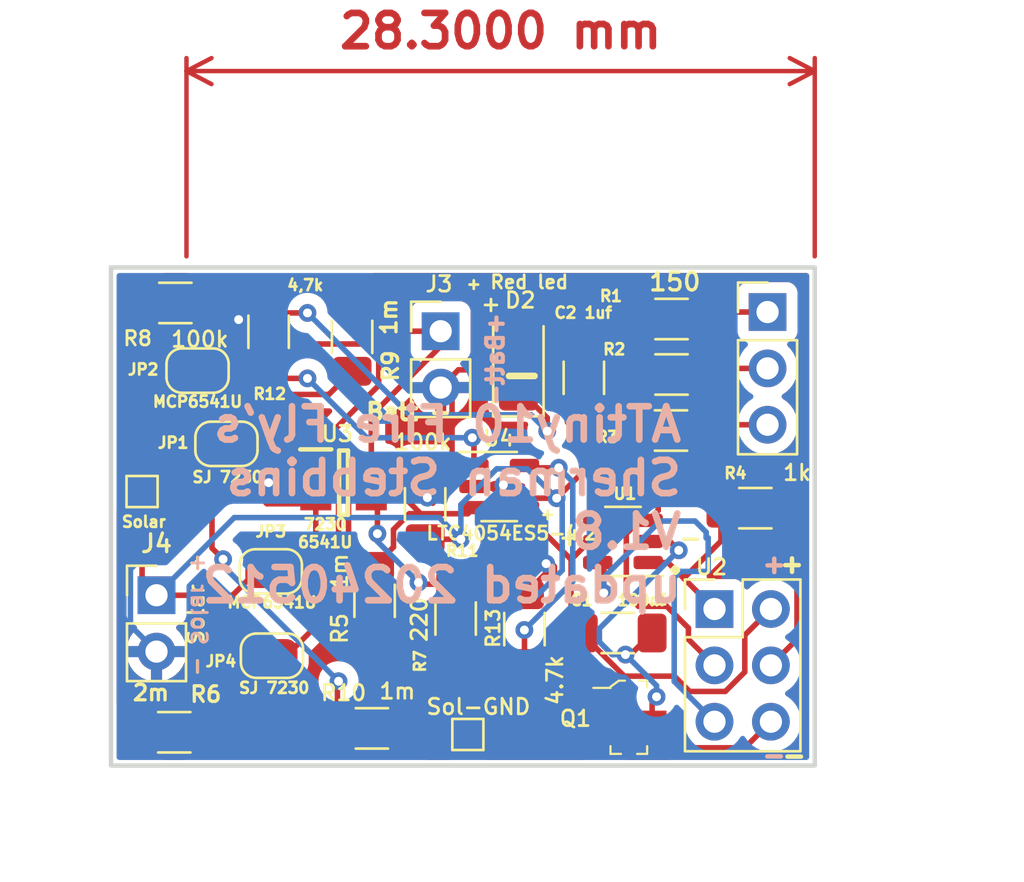
<source format=kicad_pcb>
(kicad_pcb
	(version 20240108)
	(generator "pcbnew")
	(generator_version "8.0")
	(general
		(thickness 1.6)
		(legacy_teardrops no)
	)
	(paper "A4")
	(layers
		(0 "F.Cu" signal)
		(31 "B.Cu" signal)
		(32 "B.Adhes" user "B.Adhesive")
		(33 "F.Adhes" user "F.Adhesive")
		(34 "B.Paste" user)
		(35 "F.Paste" user)
		(36 "B.SilkS" user "B.Silkscreen")
		(37 "F.SilkS" user "F.Silkscreen")
		(38 "B.Mask" user)
		(39 "F.Mask" user)
		(40 "Dwgs.User" user "User.Drawings")
		(41 "Cmts.User" user "User.Comments")
		(42 "Eco1.User" user "User.Eco1")
		(43 "Eco2.User" user "User.Eco2")
		(44 "Edge.Cuts" user)
		(45 "Margin" user)
		(46 "B.CrtYd" user "B.Courtyard")
		(47 "F.CrtYd" user "F.Courtyard")
		(48 "B.Fab" user)
		(49 "F.Fab" user)
		(50 "User.1" user)
		(51 "User.2" user)
		(52 "User.3" user)
		(53 "User.4" user)
		(54 "User.5" user)
		(55 "User.6" user)
		(56 "User.7" user)
		(57 "User.8" user)
		(58 "User.9" user)
	)
	(setup
		(stackup
			(layer "F.SilkS"
				(type "Top Silk Screen")
			)
			(layer "F.Paste"
				(type "Top Solder Paste")
			)
			(layer "F.Mask"
				(type "Top Solder Mask")
				(thickness 0.01)
			)
			(layer "F.Cu"
				(type "copper")
				(thickness 0.035)
			)
			(layer "dielectric 1"
				(type "core")
				(thickness 1.51)
				(material "FR4")
				(epsilon_r 4.5)
				(loss_tangent 0.02)
			)
			(layer "B.Cu"
				(type "copper")
				(thickness 0.035)
			)
			(layer "B.Mask"
				(type "Bottom Solder Mask")
				(thickness 0.01)
			)
			(layer "B.Paste"
				(type "Bottom Solder Paste")
			)
			(layer "B.SilkS"
				(type "Bottom Silk Screen")
			)
			(copper_finish "None")
			(dielectric_constraints no)
		)
		(pad_to_mask_clearance 0)
		(allow_soldermask_bridges_in_footprints no)
		(pcbplotparams
			(layerselection 0x00010fc_ffffffff)
			(plot_on_all_layers_selection 0x0000000_00000000)
			(disableapertmacros no)
			(usegerberextensions no)
			(usegerberattributes yes)
			(usegerberadvancedattributes yes)
			(creategerberjobfile yes)
			(dashed_line_dash_ratio 12.000000)
			(dashed_line_gap_ratio 3.000000)
			(svgprecision 4)
			(plotframeref no)
			(viasonmask no)
			(mode 1)
			(useauxorigin no)
			(hpglpennumber 1)
			(hpglpenspeed 20)
			(hpglpendiameter 15.000000)
			(pdf_front_fp_property_popups yes)
			(pdf_back_fp_property_popups yes)
			(dxfpolygonmode yes)
			(dxfimperialunits yes)
			(dxfusepcbnewfont yes)
			(psnegative no)
			(psa4output no)
			(plotreference yes)
			(plotvalue yes)
			(plotfptext yes)
			(plotinvisibletext no)
			(sketchpadsonfab no)
			(subtractmaskfromsilk no)
			(outputformat 1)
			(mirror no)
			(drillshape 1)
			(scaleselection 1)
			(outputdirectory "")
		)
	)
	(net 0 "")
	(net 1 "+BATT")
	(net 2 "GND")
	(net 3 "SolarPanel+")
	(net 4 "Net-(J1-Pin_1)")
	(net 5 "Net-(J1-Pin_2)")
	(net 6 "Net-(J1-Pin_3)")
	(net 7 "GND1")
	(net 8 "Net-(Q1-G)")
	(net 9 "Net-(U1-PB0)")
	(net 10 "Net-(U1-PB1)")
	(net 11 "Net-(U1-PB2)")
	(net 12 "Net-(U2-MOSI)")
	(net 13 "Net-(R10-Pad1)")
	(net 14 "Net-(JP1-A)")
	(net 15 "Net-(U1-~{RESET}{slash}PB3)")
	(net 16 "Net-(D2-K)")
	(net 17 "Net-(U4-~{CHRG})")
	(net 18 "Net-(U4-PROG)")
	(net 19 "Net-(JP1-B)")
	(net 20 "Net-(JP2-B)")
	(footprint "Connector_PinHeader_2.54mm:PinHeader_1x03_P2.54mm_Vertical" (layer "F.Cu") (at 126.225 104.56))
	(footprint "TestPoint:TestPoint_Pad_1.0x1.0mm" (layer "F.Cu") (at 98.05 112.65))
	(footprint "Package_TO_SOT_SMD:TSOT-23-5" (layer "F.Cu") (at 114.1375 112.425))
	(footprint "Resistor_SMD:R_1206_3216Metric_Pad1.30x1.75mm_HandSolder" (layer "F.Cu") (at 107.51 105.68 90))
	(footprint "Resistor_SMD:R_1206_3216Metric_Pad1.30x1.75mm_HandSolder" (layer "F.Cu") (at 110.8 113.225 90))
	(footprint "Resistor_SMD:R_1206_3216Metric_Pad1.30x1.75mm_HandSolder" (layer "F.Cu") (at 115.275 118.85 90))
	(footprint "Resistor_SMD:R_1206_3216Metric_Pad1.30x1.75mm_HandSolder" (layer "F.Cu") (at 119.475 119.025))
	(footprint "++Sherms-Custom-Libs:SOT95P270X145-5N-7230" (layer "F.Cu") (at 107.125 112.25))
	(footprint "Jumper:SolderJumper-2_P1.3mm_Open_RoundedPad1.0x1.5mm" (layer "F.Cu") (at 103.85 116.25))
	(footprint "Connector_PinHeader_2.54mm:PinHeader_2x03_P2.54mm_Vertical" (layer "F.Cu") (at 123.835 117.945))
	(footprint "Resistor_SMD:R_1206_3216Metric_Pad1.30x1.75mm_HandSolder" (layer "F.Cu") (at 125.675 113.4))
	(footprint "Resistor_SMD:R_1206_3216Metric_Pad1.30x1.75mm_HandSolder" (layer "F.Cu") (at 121.9 104.875))
	(footprint "Connector_PinHeader_2.54mm:PinHeader_1x02_P2.54mm_Vertical" (layer "F.Cu") (at 111.5 105.425))
	(footprint "Resistor_SMD:R_1206_3216Metric_Pad1.30x1.75mm_HandSolder" (layer "F.Cu") (at 112.175 118.375 90))
	(footprint "Connector_PinHeader_2.54mm:PinHeader_1x02_P2.54mm_Vertical" (layer "F.Cu") (at 98.7 117.325))
	(footprint "Resistor_SMD:R_1206_3216Metric_Pad1.30x1.75mm_HandSolder" (layer "F.Cu") (at 108.525 117.575 -90))
	(footprint "LED_SMD:LED_1206_3216Metric_Pad1.42x1.75mm_HandSolder" (layer "F.Cu") (at 115 106.8 90))
	(footprint "Resistor_SMD:R_1206_3216Metric_Pad1.30x1.75mm_HandSolder" (layer "F.Cu") (at 103.75 105.45 -90))
	(footprint "Resistor_SMD:R_1206_3216Metric_Pad1.30x1.75mm_HandSolder" (layer "F.Cu") (at 99.55 104.15 180))
	(footprint "Resistor_SMD:R_1206_3216Metric_Pad1.30x1.75mm_HandSolder" (layer "F.Cu") (at 121.875 109.9))
	(footprint "Resistor_SMD:R_1206_3216Metric_Pad1.30x1.75mm_HandSolder" (layer "F.Cu") (at 117.95 107.525 90))
	(footprint "Jumper:SolderJumper-2_P1.3mm_Open_RoundedPad1.0x1.5mm" (layer "F.Cu") (at 100.55 107.2))
	(footprint "Package_TO_SOT_SMD:SOT-23-6" (layer "F.Cu") (at 119.7125 114.9 180))
	(footprint "Resistor_SMD:R_1206_3216Metric_Pad1.30x1.75mm_HandSolder" (layer "F.Cu") (at 99.5 123.5 180))
	(footprint "Resistor_SMD:R_1206_3216Metric_Pad1.30x1.75mm_HandSolder" (layer "F.Cu") (at 121.9 107.375))
	(footprint "TestPoint:TestPoint_Pad_1.0x1.0mm" (layer "F.Cu") (at 112.725 123.6))
	(footprint "digikey-footprints:SOT-23-3" (layer "F.Cu") (at 119.975 122.825))
	(footprint "Resistor_SMD:R_1206_3216Metric_Pad1.30x1.75mm_HandSolder" (layer "F.Cu") (at 108.4 123.325 180))
	(footprint "Jumper:SolderJumper-2_P1.3mm_Open_RoundedPad1.0x1.5mm" (layer "F.Cu") (at 101.85 110.5))
	(footprint "Jumper:SolderJumper-2_P1.3mm_Open_RoundedPad1.0x1.5mm" (layer "F.Cu") (at 103.9 120.05 180))
	(gr_rect
		(start 96.65 102.55)
		(end 128.35 125)
		(stroke
			(width 0.2)
			(type default)
		)
		(fill none)
		(layer "Edge.Cuts")
		(uuid "74c78577-9c1e-4fd7-b278-774ddc5a7e31")
	)
	(gr_text "+Batt-"
		(at 114.4 104.5 90)
		(layer "B.SilkS")
		(uuid "38193a3e-7c7d-4d29-ade2-c4c8c09e217a")
		(effects
			(font
				(size 0.75 0.75)
				(thickness 0.1875)
				(bold yes)
			)
			(justify left bottom mirror)
		)
	)
	(gr_text "- Solar +"
		(at 100.2 121.05 -90)
		(layer "B.SilkS")
		(uuid "56c7a4ea-2c8a-4cef-bfed-55f340aab595")
		(effects
			(font
				(size 0.7 0.7)
				(thickness 0.125)
				(bold yes)
			)
			(justify left bottom mirror)
		)
	)
	(gr_text "ATtiny10 Fire Fly's\nSherman Stebbins\nV1.8\nupdated 20240512"
		(at 122.5 117.75 0)
		(layer "B.SilkS")
		(uuid "cf4933c1-937d-45a3-93b2-2b6b659a3ee0")
		(effects
			(font
				(size 1.5 1.5)
				(thickness 0.3)
				(bold yes)
			)
			(justify left bottom mirror)
		)
	)
	(gr_text "-"
		(at 125.89 125 0)
		(layer "B.SilkS")
		(uuid "db8131b6-870c-4645-b283-6f2014135416")
		(effects
			(font
				(size 0.8 0.8)
				(thickness 0.2)
				(bold yes)
			)
			(justify left bottom)
		)
	)
	(gr_text "+"
		(at 125.9 116.39 0)
		(layer "B.SilkS")
		(uuid "df65981a-7aa1-431e-9a6e-72250308b236")
		(effects
			(font
				(size 0.8 0.8)
				(thickness 0.2)
				(bold yes)
			)
			(justify left bottom)
		)
	)
	(gr_text "+"
		(at 126.7 116.38 0)
		(layer "F.SilkS")
		(uuid "05b51471-cf3c-40f1-b690-d870ce80c2f3")
		(effects
			(font
				(size 0.8 0.8)
				(thickness 0.2)
				(bold yes)
			)
			(justify left bottom)
		)
	)
	(gr_text "-"
		(at 120.7 118.13 0)
		(layer "F.SilkS")
		(uuid "0e292f68-c5ee-4b85-82d2-2f0abbaea0aa")
		(effects
			(font
				(size 0.8 0.8)
				(thickness 0.15)
				(bold yes)
			)
			(justify left bottom)
		)
	)
	(gr_text "Red led"
		(at 115.49 103.21 0)
		(layer "F.SilkS")
		(uuid "1060e8ec-1812-4ba0-a02f-259e3dce89db")
		(effects
			(font
				(size 0.6 0.6)
				(thickness 0.125)
			)
		)
	)
	(gr_text "- Solar +"
		(at 100.9 121.05 90)
		(layer "F.SilkS")
		(uuid "1dd33c2f-46fb-4532-84d3-474eafa8bd70")
		(effects
			(font
				(size 0.7 0.7)
				(thickness 0.125)
				(bold yes)
			)
			(justify left bottom)
		)
	)
	(gr_text "+"
		(at 113.25 104.6 0)
		(layer "F.SilkS")
		(uuid "379010e3-87b5-42bf-a194-4921d7a5daae")
		(effects
			(font
				(size 0.7 0.7)
				(thickness 0.125)
				(bold yes)
			)
			(justify left bottom)
		)
	)
	(gr_text "Batt -"
		(at 108.05 109.5 0)
		(layer "F.SilkS")
		(uuid "58fd4b96-25c0-4479-862d-0bf748b3eddf")
		(effects
			(font
				(size 0.75 0.75)
				(thickness 0.1875)
				(bold yes)
			)
			(justify left bottom)
		)
	)
	(gr_text "7230\n6541U"
		(at 106.3 114.53 0)
		(layer "F.SilkS")
		(uuid "632e6d2f-4ebc-4b88-92f9-d84e5c5d3916")
		(effects
			(font
				(size 0.5 0.5)
				(thickness 0.125)
			)
		)
	)
	(gr_text "+"
		(at 115.93 113.96 0)
		(layer "F.SilkS")
		(uuid "66570af4-032f-4b84-8fcc-c2fabc481567")
		(effects
			(font
				(size 0.5 0.5)
				(thickness 0.125)
				(bold yes)
			)
			(justify left bottom)
		)
	)
	(gr_text "+"
		(at 116.72 115.16 0)
		(layer "F.SilkS")
		(uuid "8d529123-1190-41ce-8f22-fd346da23030")
		(effects
			(font
				(size 0.8 0.8)
				(thickness 0.15)
				(bold yes)
			)
			(justify left bottom)
		)
	)
	(gr_text "."
		(at 121.5125 116.46 0)
		(layer "F.SilkS")
		(uuid "bd627e91-7718-403d-8063-9f00c399a82c")
		(effects
			(font
				(size 1.5 1.5)
				(thickness 0.3)
				(bold yes)
			)
			(justify left bottom)
		)
	)
	(gr_text "+"
		(at 112.6 103.58 0)
		(layer "F.SilkS")
		(uuid "cbd392e3-5ee5-41cf-a804-bce955922aad")
		(effects
			(font
				(size 0.5 0.5)
				(thickness 0.125)
				(bold yes)
			)
			(justify left bottom)
		)
	)
	(gr_text "-"
		(at 122.17 115.21 0)
		(layer "F.SilkS")
		(uuid "ef67636d-62c2-4d33-a488-67ee0a6d747d")
		(effects
			(font
				(size 0.8 0.8)
				(thickness 0.15)
				(bold yes)
			)
			(justify left bottom)
		)
	)
	(gr_text "100k"
		(at 110.7 110.42 0)
		(layer "F.SilkS")
		(uuid "f157085a-32b9-4465-961d-2c934b2a634b")
		(effects
			(font
				(size 0.7 0.7)
				(thickness 0.125)
			)
		)
	)
	(gr_text "-"
		(at 116.28 106.67 180)
		(layer "F.SilkS")
		(uuid "f80723a3-72ac-4d75-a22e-6b302d910b38")
		(effects
			(font
				(size 1.5 1.5)
				(thickness 0.3)
				(bold yes)
			)
			(justify left bottom)
		)
	)
	(gr_text "-"
		(at 126.8 125.01 0)
		(layer "F.SilkS")
		(uuid "fdbb982b-6fb2-42b4-b1f6-ae9d25c3dd17")
		(effects
			(font
				(size 0.8 0.8)
				(thickness 0.2)
				(bold yes)
			)
			(justify left bottom)
		)
	)
	(dimension
		(type aligned)
		(layer "F.Cu")
		(uuid "87fda4df-b464-4ccd-b5e6-05a8ea0bc695")
		(pts
			(xy 100.05 102.55) (xy 128.35 102.55)
		)
		(height -8.85)
		(gr_text "28.3000 mm"
			(at 114.2 91.9 0)
			(layer "F.Cu")
			(uuid "87fda4df-b464-4ccd-b5e6-05a8ea0bc695")
			(effects
				(font
					(size 1.5 1.5)
					(thickness 0.3)
				)
			)
		)
		(format
			(prefix "")
			(suffix "")
			(units 3)
			(units_format 1)
			(precision 4)
		)
		(style
			(thickness 0.2)
			(arrow_length 1.27)
			(text_position_mode 0)
			(extension_height 0.58642)
			(extension_offset 0.5) keep_text_aligned)
	)
	(segment
		(start 109.375 105.425)
		(end 111.5 105.425)
		(width 0.25)
		(layer "F.Cu")
		(net 1)
		(uuid "075b4f2d-f987-456d-8cb2-08f290bc8096")
	)
	(segment
		(start 118.190749 114.9)
		(end 118.575 114.9)
		(width 0.25)
		(layer "F.Cu")
		(net 1)
		(uuid "0efe5f30-2d13-4581-b006-3ee2c84c0f37")
	)
	(segment
		(start 109.775 112.7)
		(end 108.693198 111.618198)
		(width 0.25)
		(layer "F.Cu")
		(net 1)
		(uuid "16efdb62-bb57-464b-ba7e-4d46f454cfba")
	)
	(segment
		(start 110.086827 113.65)
		(end 109.375 114.361827)
		(width 0.25)
		(layer "F.Cu")
		(net 1)
		(uuid "1772b8f0-ad1a-41f0-b64f-eaa62b38a40d")
	)
	(segment
		(start 108.525 116.025)
		(end 107.35 114.85)
		(width 0.25)
		(layer "F.Cu")
		(net 1)
		(uuid "18eeeebf-e777-4692-a74f-99ba06e3325a")
	)
	(segment
		(start 117.925 119.125305)
		(end 117.925 119.025)
		(width 0.25)
		(layer "F.Cu")
		(net 1)
		(uuid "1d23c9de-bf18-4a98-be80-e18996fb6a2f")
	)
	(segment
		(start 119.771396 120.971701)
		(end 117.925 119.125305)
		(width 0.25)
		(layer "F.Cu")
		(net 1)
		(uuid "2fec06c7-846f-4698-aefd-6e6bdd337cfd")
	)
	(segment
		(start 117.375 115.715749)
		(end 118.190749 114.9)
		(width 0.25)
		(layer "F.Cu")
		(net 1)
		(uuid "32029437-906d-4d36-b617-b2d6fe6e741a")
	)
	(segment
		(start 125.2 119.12)
		(end 125.2 120.781701)
		(width 0.25)
		(layer "F.Cu")
		(net 1)
		(uuid "3a8b2898-3760-4716-b50d-29b32cdbafd3")
	)
	(segment
		(start 107.825 103.975)
		(end 109.325 105.475)
		(width 0.25)
		(layer "F.Cu")
		(net 1)
		(uuid "415c9b23-d8d9-4434-9c63-cfe7e184ccfc")
	)
	(segment
		(start 110.599695 113.65)
		(end 110.086827 113.65)
		(width 0.25)
		(layer "F.Cu")
		(net 1)
		(uuid "53a9522f-9ded-4a55-aff9-dc080f9794f3")
	)
	(segment
		(start 113 113.375)
		(end 112.725 113.65)
		(width 0.25)
		(layer "F.Cu")
		(net 1)
		(uuid "58c904e8-01ed-421f-9c2f-5ec7b13ccce7")
	)
	(segment
		(start 109.375 114.361827)
		(end 109.375 115.150305)
		(width 0.25)
		(layer "F.Cu")
		(net 1)
		(uuid "5cc98ed4-e6c3-465d-baa8-4043cc99e058")
	)
	(segment
		(start 108.375 111.3)
		(end 108.375 109.225)
		(width 0.25)
		(layer "F.Cu")
		(net 1)
		(uuid "6384b3fb-7edb-4496-94b4-3f54086d432f")
	)
	(segment
		(start 122.028299 120.971701)
		(end 119.771396 120.971701)
		(width 0.25)
		(layer "F.Cu")
		(net 1)
		(uuid "69df1eec-aea6-49ab-8361-14f8ed6d6f99")
	)
	(segment
		(start 125.2 120.781701)
		(end 124.321701 121.66)
		(width 0.25)
		(layer "F.Cu")
		(net 1)
		(uuid "6d3d4a93-f7f1-4fd7-aeb1-bba23ccd4793")
	)
	(segment
		(start 112.725 113.65)
		(end 110.599695 113.65)
		(width 0.25)
		(layer "F.Cu")
		(net 1)
		(uuid "6de3c2ad-49f0-4693-be08-f0d961c873ec")
	)
	(segment
		(start 122.716598 121.66)
		(end 122.028299 120.971701)
		(width 0.25)
		(layer "F.Cu")
		(net 1)
		(uuid "739d31db-76b0-43b7-b9a9-3e0b9876dbdf")
	)
	(segment
		(start 108.375 109.225)
		(end 112.125 105.475)
		(width 0.25)
		(layer "F.Cu")
		(net 1)
		(uuid "79bf9315-9cc2-414d-8901-0b2c140e1eb1")
	)
	(segment
		(start 113.625 114)
		(end 115.659251 114)
		(width 0.25)
		(layer "F.Cu")
		(net 1)
		(uuid "99e4f735-0628-457d-a704-976a3d297d58")
	)
	(segment
		(start 117.375 118.475)
		(end 117.375 115.715749)
		(width 0.25)
		(layer "F.Cu")
		(net 1)
		(uuid "9a09b849-9de6-453a-b7f3-aa658944e55f")
	)
	(segment
		(start 109.325 105.475)
		(end 109.375 105.425)
		(width 0.25)
		(layer "F.Cu")
		(net 1)
		(uuid "9b613565-d392-42ca-8d02-abba94ea56fa")
	)
	(segment
		(start 124.321701 121.66)
		(end 122.716598 121.66)
		(width 0.25)
		(layer "F.Cu")
		(net 1)
		(uuid "9f09f9e5-9db4-4585-8438-62d34a30225a")
	)
	(segment
		(start 107.35 114.85)
		(end 107.35 112.325)
		(width 0.25)
		(layer "F.Cu")
		(net 1)
		(uuid "b3297386-50e6-4c58-bcf9-cc0842cffd67")
	)
	(segment
		(start 126.375 117.945)
		(end 125.2 119.12)
		(width 0.25)
		(layer "F.Cu")
		(net 1)
		(uuid "b3a8a40a-791b-44ba-a0f3-22a2dfa30e7a")
	)
	(segment
		(start 109.775 112.7)
		(end 110.8 111.675)
		(width 0.25)
		(layer "F.Cu")
		(net 1)
		(uuid "b64615b7-34c0-4cd6-a78b-47e602722950")
	)
	(segment
		(start 109.775 112.825305)
		(end 109.775 112.7)
		(width 0.25)
		(layer "F.Cu")
		(net 1)
		(uuid "b85b4c76-0c09-412b-a5e3-f3c0a159388b")
	)
	(segment
		(start 109.375 115.150305)
		(end 108.950305 115.575)
		(width 0.25)
		(layer "F.Cu")
		(net 1)
		(uuid "c07832a9-6633-4866-a11c-8f0ddb743506")
	)
	(segment
		(start 107.35 112.325)
		(end 108.375 111.3)
		(width 0.25)
		(layer "F.Cu")
		(net 1)
		(uuid "c7527833-f687-4c94-82ac-eff06cbe9c05")
	)
	(segment
		(start 113 113.375)
		(end 113.625 114)
		(width 0.25)
		(layer "F.Cu")
		(net 1)
		(uuid "c7f34517-a92a-4adc-9865-0b30ae97af70")
	)
	(segment
		(start 117.925 119.025)
		(end 117.375 118.475)
		(width 0.25)
		(layer "F.Cu")
		(net 1)
		(uuid "e304b922-6cdf-4fb4-8935-c4a870adab64")
	)
	(segment
		(start 110.599695 113.65)
		(end 109.775 112.825305)
		(width 0.25)
		(layer "F.Cu")
		(net 1)
		(uuid "e5fbfa7d-f2af-49d4-98a7-e0098e17d770")
	)
	(segment
		(start 115.659251 114)
		(end 117.375 115.715749)
		(width 0.25)
		(layer "F.Cu")
		(net 1)
		(uuid "fea99dfb-944d-4eda-a018-72ca970007c6")
	)
	(segment
		(start 125.2 124.2)
		(end 126.375 123.025)
		(width 0.25)
		(layer "F.Cu")
		(net 2)
		(uuid "04751034-482e-47bf-923d-2c2a1fa8b162")
	)
	(segment
		(start 121.025 122.1)
		(end 121.225 121.9)
		(width 0.25)
		(layer "F.Cu")
		(net 2)
		(uuid "10733e63-6116-4ced-962e-b5c4b3a75f4d")
	)
	(segment
		(start 121.025 122.825)
		(end 121.025 122.1)
		(width 0.25)
		(layer "F.Cu")
		(net 2)
		(uuid "26193e83-5f61-496c-9bc5-013e93b82fe9")
	)
	(segment
		(start 120.05 120)
		(end 121.025 119.025)
		(width 0.25)
		(layer "F.Cu")
		(net 2)
		(uuid "50ea8bfa-58a1-4c03-92dc-ff8ed7e65e4d")
	)
	(segment
		(start 120.85 115.025)
		(end 120.465749 115.025)
		(width 0.25)
		(layer "F.Cu")
		(net 2)
		(uuid "57566d95-f984-470c-984f-a722e6966ee2")
	)
	(segment
		(start 119.825 120)
		(end 120.05 120)
		(width 0.25)
		(layer "F.Cu")
		(net 2)
		(uuid "7be3e7f2-1cf7-440f-b385-4a9138214871")
	)
	(segment
		(start 121.025 122.825)
		(end 122.4 124.2)
		(width 0.25)
		(layer "F.Cu")
		(net 2)
		(uuid "9b84098e-b8ef-4a92-bdf8-66410a38275d")
	)
	(segment
		(start 122.225 115.3)
		(end 121.825 114.9)
		(width 0.25)
		(layer "F.Cu")
		(net 2)
		(uuid "b2bf9278-5a13-43ad-b785-42b333aa984d")
	)
	(segment
		(start 121.825 114.9)
		(end 120.85 114.9)
		(width 0.25)
		(layer "F.Cu")
		(net 2)
		(uuid "ec519a4d-a44b-446f-8a38-4c500459bf85")
	)
	(segment
		(start 122.4 124.2)
		(end 125.2 124.2)
		(width 0.25)
		(layer "F.Cu")
		(net 2)
		(uuid "eece970a-2465-43ba-9632-3dceeacd7f54")
	)
	(via
		(at 119.825 120)
		(size 0.8)
		(drill 0.4)
		(layers "F.Cu" "B.Cu")
		(free yes)
		(net 2)
		(uuid "67c1bc9f-05c7-47b4-aed9-3d80bdb5d60e")
	)
	(via
		(at 122.225 115.3)
		(size 0.8)
		(drill 0.4)
		(layers "F.Cu" "B.Cu")
		(free yes)
		(net 2)
		(uuid "d38023ab-fe80-4e2c-9356-59822c1818f3")
	)
	(via
		(at 121.225 121.9)
		(size 0.8)
		(drill 0.4)
		(layers "F.Cu" "B.Cu")
		(free yes)
		(net 2)
		(uuid "e81313fc-8a8f-4d2a-87cd-95dd19c08efd")
	)
	(segment
		(start 118.65 119.425305)
		(end 119.224695 120)
		(width 0.25)
		(layer "B.Cu")
		(net 2)
		(uuid "1d2bd384-a708-4a0d-a4c0-c8f78406ced0")
	)
	(segment
		(start 121.225 121.9)
		(end 121.225 122.076701)
		(width 0.25)
		(layer "B.Cu")
		(net 2)
		(uuid "1dbdb701-db5c-4a2e-908a-875139c727b3")
	)
	(segment
		(start 121.225 121.9)
		(end 121.225 121.4)
		(width 0.25)
		(layer "B.Cu")
		(net 2)
		(uuid "2c1c6dbf-68af-4231-a652-0c8426f03589")
	)
	(segment
		(start 118.65 118.824695)
		(end 118.65 119.425305)
		(width 0.25)
		(layer "B.Cu")
		(net 2)
		(uuid "53a8eee6-0422-4412-b0e1-3ec921f756a7")
	)
	(segment
		(start 119.724695 117.75)
		(end 118.65 118.824695)
		(width 0.25)
		(layer "B.Cu")
		(net 2)
		(uuid "81546364-ed62-409d-ab32-b7edde1b230a")
	)
	(segment
		(start 122.225 115.3)
		(end 119.775 117.75)
		(width 0.25)
		(layer "B.Cu")
		(net 2)
		(uuid "b144ecf8-bb6a-461e-9219-d0ca6bdd2719")
	)
	(segment
		(start 119.775 117.75)
		(end 119.724695 117.75)
		(width 0.25)
		(layer "B.Cu")
		(net 2)
		(uuid "b76a30b2-7533-4b2d-b0b5-f12d8eccc458")
	)
	(segment
		(start 119.224695 120)
		(end 119.825 120)
		(width 0.25)
		(layer "B.Cu")
		(net 2)
		(uuid "d38aba22-7026-4c2e-8b60-284d406c2076")
	)
	(segment
		(start 121.225 121.4)
		(end 119.825 120)
		(width 0.25)
		(layer "B.Cu")
		(net 2)
		(uuid "f372100a-7a88-4537-bec6-c609b681ad68")
	)
	(segment
		(start 97.8 104.35)
		(end 98 104.15)
		(width 0.25)
		(layer "F.Cu")
		(net 3)
		(uuid "1d527db4-feaf-416c-92b1-b68177cde44f")
	)
	(segment
		(start 119.17 107.855)
		(end 117.95 109.075)
		(width 0.25)
		(layer "F.Cu")
		(net 3)
		(uuid "38c743a4-b2bc-4fa3-98cf-48769b30536d")
	)
	(segment
		(start 98 104.15)
		(end 98.05 104.2)
		(width 0.25)
		(layer "F.Cu")
		(net 3)
		(uuid "3ebf6464-c073-4e8a-9227-e85681ffcae2")
	)
	(segment
		(start 116.725 112.95)
		(end 115.7 112.95)
		(width 0.25)
		(layer "F.Cu")
		(net 3)
		(uuid "41d56a29-e24f-4eff-8ee0-adaae9f577c2")
	)
	(segment
		(start 112.41 114.8)
		(end 110.825 114.8)
		(width 0.25)
		(layer "F.Cu")
		(net 3)
		(uuid "46861eca-5e05-4870-8c80-75ac9bfc76ca")
	)
	(segment
		(start 119.17 105.356827)
		(end 119.17 107.855)
		(width 0.25)
		(layer "F.Cu")
		(net 3)
		(uuid "4ff9266d-bc80-41dc-950b-890bc2b04e58")
	)
	(segment
		(start 115.7 105)
		(end 118.813173 105)
		(width 0.25)
		(layer "F.Cu")
		(net 3)
		(uuid "51de0381-3649-4e82-a7f9-5b133a43dca9")
	)
	(segment
		(start 98.05 104.2)
		(end 98.05 112.65)
		(width 0.25)
		(layer "F.Cu")
		(net 3)
		(uuid "64c41077-e8ee-48df-af3c-3adc93699765")
	)
	(segment
		(start 115.325 105.375)
		(end 115.225 105.475)
		(width 0.25)
		(layer "F.Cu")
		(net 3)
		(uuid "64f73ecb-b79d-4e8c-b926-213950cc00fa")
	)
	(segment
		(start 102.125 117.325)
		(end 102.125 118.925)
		(width 0.25)
		(layer "F.Cu")
		(net 3)
		(uuid "69959489-f201-427b-95d3-ca3c430e23ea")
	)
	(segment
		(start 116.725 112.95)
		(end 117.95 111.725)
		(width 0.25)
		(layer "F.Cu")
		(net 3)
		(uuid "74005429-5a9b-4fbe-8116-0eff0c6c586c")
	)
	(segment
		(start 117.95 111.725)
		(end 117.95 109.075)
		(width 0.25)
		(layer "F.Cu")
		(net 3)
		(uuid "7fe89daa-5ed0-40fe-9ba8-e5f3a9edfedf")
	)
	(segment
		(start 110.825 114.8)
		(end 110.8 114.775)
		(width 0.25)
		(layer "F.Cu")
		(net 3)
		(uuid "8c9892c4-6b28-44df-bee2-c8f1e8ff2dce")
	)
	(segment
		(start 98.05 116.675)
		(end 98.7 117.325)
		(width 0.25)
		(layer "F.Cu")
		(net 3)
		(uuid "9ebb6010-aa8b-4452-8aff-5261a3908cf7")
	)
	(segment
		(start 102.125 117.325)
		(end 98.7 117.325)
		(width 0.25)
		(layer "F.Cu")
		(net 3)
		(uuid "b6afc5bd-c008-4d73-b2b4-dfa1b2bff60a")
	)
	(segment
		(start 102.125 118.925)
		(end 103.25 120.05)
		(width 0.25)
		(layer "F.Cu")
		(net 3)
		(uuid "c6944b93-3ff3-4d51-a90a-3ee080d5a9c8")
	)
	(segment
		(start 115.325 105.375)
		(end 115.7 105)
		(width 0.25)
		(layer "F.Cu")
		(net 3)
		(uuid "cdb3cd57-a918-427e-8938-fd5ab4fa9cec")
	)
	(segment
		(start 98.05 112.65)
		(end 98.05 116.675)
		(width 0.25)
		(layer "F.Cu")
		(net 3)
		(uuid "ce290c1f-6071-4a2e-9dc3-a14d192f575a")
	)
	(segment
		(start 103.2 116.25)
		(end 102.125 117.325)
		(width 0.25)
		(layer "F.Cu")
		(net 3)
		(uuid "d4cc60c4-f6df-4dac-a198-cdef5e7c295c")
	)
	(segment
		(start 115.7 112.95)
		(end 115.275 113.375)
		(width 0.25)
		(layer "F.Cu")
		(net 3)
		(uuid "e46e4d84-5586-4ef1-9785-9e7b6d1e4d13")
	)
	(segment
		(start 118.813173 105)
		(end 119.17 105.356827)
		(width 0.25)
		(layer "F.Cu")
		(net 3)
		(uuid "e6b3772b-e540-4b2b-981d-6d3dff4d6ef6")
	)
	(via
		(at 116.725 112.95)
		(size 0.8)
		(drill 0.4)
		(layers "F.Cu" "B.Cu")
		(free yes)
		(net 3)
		(uuid "80a0f96d-576c-49f9-b995-6aedb5c7acf5")
	)
	(via
		(at 112.41 114.8)
		(size 0.8)
		(drill 0.4)
		(layers "F.Cu" "B.Cu")
		(free yes)
		(net 3)
		(uuid "85d5ec14-3e0a-478d-9388-922546606c49")
	)
	(segment
		(start 98.7 117.325)
		(end 102.2 113.825)
		(width 0.25)
		(layer "B.Cu")
		(net 3)
		(uuid "13d36cb1-1831-447f-bfbb-a6b3a1901430")
	)
	(segment
		(start 116.725 112.95)
		(end 115.4 111.625)
		(width 0.25)
		(layer "B.Cu")
		(net 3)
		(uuid "1cc3f65a-5303-4019-b8ac-6a1e806f815a")
	)
	(segment
		(start 111.435 113.825)
		(end 112.41 114.8)
		(width 0.25)
		(layer "B.Cu")
		(net 3)
		(uuid "217ff722-5c16-4be5-9c72-03d178b900bc")
	)
	(segment
		(start 112.41 113.239695)
		(end 112.41 114.8)
		(width 0.25)
		(layer "B.Cu")
		(net 3)
		(uuid "4a367fae-7745-4b23-ae2e-139605127418")
	)
	(segment
		(start 114.024695 111.625)
		(end 112.41 113.239695)
		(width 0.25)
		(layer "B.Cu")
		(net 3)
		(uuid "4d8f38d8-22a3-4453-84a2-7f371e39706e")
	)
	(segment
		(start 116.975 113.2)
		(end 116.725 112.95)
		(width 0.25)
		(layer "B.Cu")
		(net 3)
		(uuid "5e053a52-5d13-4170-8ae2-b117d21729d4")
	)
	(segment
		(start 102.2 113.825)
		(end 111.435 113.825)
		(width 0.25)
		(layer "B.Cu")
		(net 3)
		(uuid "6074d6bb-119d-43c4-a36f-b84cf54784c7")
	)
	(segment
		(start 115.700305 117.475)
		(end 116.975 116.200305)
		(width 0.25)
		(layer "B.Cu")
		(net 3)
		(uuid "af453150-35cf-4907-b779-c35d1e94d1ef")
	)
	(segment
		(start 116.975 116.200305)
		(end 116.975 113.2)
		(width 0.25)
		(layer "B.Cu")
		(net 3)
		(uuid "c4a78579-287a-4299-8811-8630e2a1d331")
	)
	(segment
		(start 115.4 111.625)
		(end 114.024695 111.625)
		(width 0.25)
		(layer "B.Cu")
		(net 3)
		(uuid "f71100d2-a47a-4ef7-955a-83987853231f")
	)
	(segment
		(start 123.765 104.56)
		(end 126.225 104.56)
		(width 0.25)
		(layer "F.Cu")
		(net 4)
		(uuid "41147d8f-112f-40d5-96c8-78efd85ca07e")
	)
	(segment
		(start 123.45 104.875)
		(end 123.765 104.56)
		(width 0.25)
		(layer "F.Cu")
		(net 4)
		(uuid "cc482a85-fd1a-4232-9016-eb9f14cf232d")
	)
	(segment
		(start 123.45 107.375)
		(end 123.725 107.1)
		(width 0.25)
		(layer "F.Cu")
		(net 5)
		(uuid "ae623bd9-9a33-4415-bca4-3e36a07ead87")
	)
	(segment
		(start 123.725 107.1)
		(end 126.225 107.1)
		(width 0.25)
		(layer "F.Cu")
		(net 5)
		(uuid "fe4250e9-dfe2-4ea7-822e-b1386596c6b5")
	)
	(segment
		(start 123.425 109.9)
		(end 123.685 109.64)
		(width 0.25)
		(layer "F.Cu")
		(net 6)
		(uuid "8ae4b171-2fd1-42c6-93b6-46771d92cb60")
	)
	(segment
		(start 123.685 109.64)
		(end 126.225 109.64)
		(width 0.25)
		(layer "F.Cu")
		(net 6)
		(uuid "e23d717c-fc38-4fdb-aac9-94ab950eb925")
	)
	(segment
		(start 101.85 104.9)
		(end 101.1 104.15)
		(width 0.25)
		(layer "F.Cu")
		(net 7)
		(uuid "03cfbba3-3e4b-4fd4-ad5b-540aabb05159")
	)
	(segment
		(start 111.311827 118.95)
		(end 110.95 119.311827)
		(width 0.25)
		(layer "F.Cu")
		(net 7)
		(uuid "061518f6-b6a2-4b90-be89-5bdbf21fc028")
	)
	(segment
		(start 112.3 107.165)
		(end 111.5 107.965)
		(width 0.25)
		(layer "F.Cu")
		(net 7)
		(uuid "07c7d8b0-6c64-4b68-ab2b-0fab09f5ac67")
	)
	(segment
		(start 102.4 104.9)
		(end 101.85 104.9)
		(width 0.25)
		(layer "F.Cu")
		(net 7)
		(uuid "0a9f4865-af3c-4edb-a5d7-a9877cb70ca1")
	)
	(segment
		(start 112.0125 111.8375)
		(end 112.6 112.425)
		(width 0.25)
		(layer "F.Cu")
		(net 7)
		(uuid "15e0c310-d8f4-4a0b-a439-92af7b0b15a8")
	)
	(segment
		(start 110.95 119.311827)
		(end 110.95 121.825)
		(width 0.25)
		(layer "F.Cu")
		(net 7)
		(uuid "1b121e78-31fc-49e8-8e1c-4342e35e86c2")
	)
	(segment
		(start 98.7 122.75)
		(end 97.95 123.5)
		(width 0.25)
		(layer "F.Cu")
		(net 7)
		(uuid "25f3fb21-5ae3-4ed4-a500-0268345b4556")
	)
	(segment
		(start 117.95 105.975)
		(end 116.76 107.165)
		(width 0.25)
		(layer "F.Cu")
		(net 7)
		(uuid "261e6e88-cc98-46fd-a837-0f9f3d2517b4")
	)
	(segment
		(start 112.8 123.525)
		(end 112.725 123.6)
		(width 0.25)
		(layer "F.Cu")
		(net 7)
		(uuid "2c7db3cf-54ac-4737-ae05-3cc9b419f240")
	)
	(segment
		(start 112.0125 112.300673)
		(end 112.0125 111.8375)
		(width 0.25)
		(layer "F.Cu")
		(net 7)
		(uuid "35fab326-bc2a-49dc-b153-8a3642b6defb")
	)
	(segment
		(start 115.05 123.775)
		(end 118.925 123.775)
		(width 0.25)
		(layer "F.Cu")
		(net 7)
		(uuid "57566abb-6b4c-4d86-b76c-e941d12ab83c")
	)
	(segment
		(start 113.625 118.95)
		(end 111.311827 118.95)
		(width 0.25)
		(layer "F.Cu")
		(net 7)
		(uuid "5be1dc47-aca2-432a-a2bb-73fe93bbc500")
	)
	(segment
		(start 112.0125 111.8375)
		(end 112.0125 108.4775)
		(width 0.25)
		(layer "F.Cu")
		(net 7)
		(uuid "6c4e9fe1-69cf-4331-aec1-ca31a6c0ead4")
	)
	(segment
		(start 103.75 112.25)
		(end 105.875 112.25)
		(width 0.25)
		(layer "F.Cu")
		(net 7)
		(uuid "7a9b3ff7-db04-4c6e-aeed-0749faed371a")
	)
	(segment
		(start 111.138173 113.175)
		(end 112.0125 112.300673)
		(width 0.25)
		(layer "F.Cu")
		(net 7)
		(uuid "7aae5fff-fa94-4bf4-afa8-15a27a911600")
	)
	(segment
		(start 116.76 107.165)
		(end 112.3 107.165)
		(width 0.25)
		(layer "F.Cu")
		(net 7)
		(uuid "7ac2d0ed-01fc-497e-be18-65ba24642338")
	)
	(segment
		(start 98.7 119.865)
		(end 98.7 122.75)
		(width 0.25)
		(layer "F.Cu")
		(net 7)
		(uuid "7e230e8e-eacb-47b8-bdaa-3e0ca6aac385")
	)
	(segment
		(start 116.25 116.325)
		(end 115.275 117.3)
		(width 0.25)
		(layer "F.Cu")
		(net 7)
		(uuid "84ded589-9070-4df4-ac01-9c91224490e4")
	)
	(segment
		(start 115.275 117.3)
		(end 113.625 118.95)
		(width 0.25)
		(layer "F.Cu")
		(net 7)
		(uuid "8a0a2860-ef95-44d3-a9bd-a83f867fb668")
	)
	(segment
		(start 114.325 112.35)
		(end 113.075 112.35)
		(width 0.25)
		(layer "F.Cu")
		(net 7)
		(uuid "8ba88ef0-5940-423d-a020-5a428f08917a")
	)
	(segment
		(start 114.8 123.525)
		(end 115.05 123.775)
		(width 0.25)
		(layer "F.Cu")
		(net 7)
		(uuid "8d5482a5-5e66-43d9-a771-14d40d05e493")
	)
	(segment
		(start 113.075 112.35)
		(end 113 112.425)
		(width 0.25)
		(layer "F.Cu")
		(net 7)
		(uuid "8e18e3eb-ab31-4c35-af4f-36bc50807d65")
	)
	(segment
		(start 114.8 123.525)
		(end 112.8 123.525)
		(width 0.25)
		(layer "F.Cu")
		(net 7)
		(uuid "94bb56f3-d4e0-4a39-90d4-38e06b53ab70")
	)
	(segment
		(start 112.6 112.425)
		(end 113 112.425)
		(width 0.25)
		(layer "F.Cu")
		(net 7)
		(uuid "95a3ef7f-9f25-4393-98a7-3888a9d5b8bc")
	)
	(segment
		(start 110.95 121.825)
		(end 112.725 123.6)
		(width 0.25)
		(layer "F.Cu")
		(net 7)
		(uuid "a8aea2d1-10a8-4630-98ab-58366f9ec070")
	)
	(segment
		(start 110.9 112.925)
		(end 111.138173 113.175)
		(width 0.25)
		(layer "F.Cu")
		(net 7)
		(uuid "a9670ce5-3e3c-4d15-875e-a343ef5a32d9")
	)
	(segment
		(start 116.25 115.9)
		(end 116.25 116.325)
		(width 0.25)
		(layer "F.Cu")
		(net 7)
		(uuid "b592fd4a-9487-4c22-957d-f4cc7e9a1f75")
	)
	(segment
		(start 112.125 108.015)
		(end 112.0125 108.1275)
		(width 0.25)
		(layer "F.Cu")
		(net 7)
		(uuid "be9e2bd5-f234-44f2-901b-0524c52994e6")
	)
	(segment
		(start 112.0125 108.4775)
		(end 111.5 107.965)
		(width 0.25)
		(layer "F.Cu")
		(net 7)
		(uuid "e54ddd23-4323-48bd-828e-b943956cad76")
	)
	(via
		(at 103.75 112.25)
		(size 0.8)
		(drill 0.4)
		(layers "F.Cu" "B.Cu")
		(net 7)
		(uuid "00c74f66-54fe-4493-9ba1-1bdc9ab3352a")
	)
	(via
		(at 110.9 112.925)
		(size 0.8)
		(drill 0.4)
		(layers "F.Cu" "B.Cu")
		(free yes)
		(net 7)
		(uuid "0d83ba82-11a8-45a5-9584-5ebc1bf74ce6")
	)
	(via
		(at 102.4 104.9)
		(size 0.8)
		(drill 0.4)
		(layers "F.Cu" "B.Cu")
		(net 7)
		(uuid "6f4533cd-798b-4223-90e2-f2857871f306")
	)
	(via
		(at 116.25 115.9)
		(size 0.8)
		(drill 0.4)
		(layers "F.Cu" "B.Cu")
		(free yes)
		(net 7)
		(uuid "7e24e719-ab04-46c8-9efb-b1e8ef1aa7e5")
	)
	(via
		(at 114.325 112.35)
		(size 0.8)
		(drill 0.4)
		(layers "F.Cu" "B.Cu")
		(free yes)
		(net 7)
		(uuid "d9f7b1a0-fcb2-4d36-8db6-3a96492aceda")
	)
	(segment
		(start 110.225 112.25)
		(end 110.9 112.925)
		(width 0.25)
		(layer "B.Cu")
		(net 7)
		(uuid "2ef4e848-5881-482c-8bb8-0bdab57fe0a8")
	)
	(segment
		(start 103.75 112.25)
		(end 110.225 112.25)
		(width 0.25)
		(layer "B.Cu")
		(net 7)
		(uuid "2f940c2f-23b0-4224-a193-d19061c325b3")
	)
	(segment
		(start 97.525 116.15)
		(end 97.525 118.69)
		(width 0.25)
		(layer "B.Cu")
		(net 7)
		(uuid "7cc5c822-a91c-4d2c-9a66-ef896c06acfd")
	)
	(segment
		(start 103.75 106.25)
		(end 102.4 104.9)
		(width 0.25)
		(layer "B.Cu")
		(net 7)
		(uuid "a2342e43-a6a5-467e-8f29-57cff6f8f835")
	)
	(segment
		(start 103.75 112.25)
		(end 101.425 112.25)
		(width 0.25)
		(layer "B.Cu")
		(net 7)
		(uuid "a38aa213-fbf8-4110-b926-afd521baf847")
	)
	(segment
		(start 103.75 112.25)
		(end 103.75 106.25)
		(width 0.25)
		(layer "B.Cu")
		(net 7)
		(uuid "bb9b7ea8-81b7-4439-97dd-dd9ffd6c756a")
	)
	(segment
		(start 114.325 112.35)
		(end 114.325 113.975)
		(width 0.25)
		(layer "B.Cu")
		(net 7)
		(uuid "c9fbe302-e994-4338-b6f5-d46d3710b445")
	)
	(segment
		(start 114.325 113.975)
		(end 116.25 115.9)
		(width 0.25)
		(layer "B.Cu")
		(net 7)
		(uuid "d46b2eb8-cd07-4c8e-bed5-26cb2a6ffc41")
	)
	(segment
		(start 97.525 118.69)
		(end 98.7 119.865)
		(width 0.25)
		(layer "B.Cu")
		(net 7)
		(uuid "f70fccca-555c-4001-b540-605e9d7744ff")
	)
	(segment
		(start 101.425 112.25)
		(end 97.525 116.15)
		(width 0.25)
		(layer "B.Cu")
		(net 7)
		(uuid "fe1e8d6b-5019-4796-9e87-db7558e066a4")
	)
	(segment
		(start 114.8 121.625)
		(end 113.875 121.625)
		(width 0.25)
		(layer "F.Cu")
		(net 8)
		(uuid "00b0d96f-18e7-4239-a6b1-f1787580e5f0")
	)
	(segment
		(start 115.05 121.875)
		(end 118.925 121.875)
		(width 0.25)
		(layer "F.Cu")
		(net 8)
		(uuid "058afbf7-e62f-4183-8d11-b7f49bad12b0")
	)
	(segment
		(start 114.8 121.625)
		(end 115.05 121.875)
		(width 0.25)
		(layer "F.Cu")
		(net 8)
		(uuid "7a39a1da-bde4-4513-b8e6-e10056652ec9")
	)
	(segment
		(start 113.875 121.625)
		(end 112.175 119.925)
		(width 0.25)
		(layer "F.Cu")
		(net 8)
		(uuid "be466e4b-407f-4221-996c-8aa3f1090d44")
	)
	(segment
		(start 122.4575 116.5675)
		(end 123.835 117.945)
		(width 0.25)
		(layer "F.Cu")
		(net 9)
		(uuid "02792ef7-b214-469f-9c39-f8dc688541e4")
	)
	(segment
		(start 120.85 115.85)
		(end 121.74 115.85)
		(width 0.25)
		(layer "F.Cu")
		(net 9)
		(uuid "13d1fbd2-5bc7-4289-a913-2e82b6ae4ee9")
	)
	(segment
		(start 122.45 107.636827)
		(end 122.45 111.725)
		(width 0.25)
		(layer "F.Cu")
		(net 9)
		(uuid "38042af9-b4c0-499c-bf00-4ab3939a7c9a")
	)
	(segment
		(start 120.35 104.875)
		(end 120.35 105.536827)
		(width 0.25)
		(layer "F.Cu")
		(net 9)
		(uuid "61b823d1-e2b7-486f-b0ba-ca60d453326e")
	)
	(segment
		(start 122.45 116.56)
		(end 122.4575 116.5675)
		(width 0.25)
		(layer "F.Cu")
		(net 9)
		(uuid "8d85e459-c872-4ad3-add7-8899bc87725a")
	)
	(segment
		(start 122.45 116.56)
		(end 124.125 114.885)
		(width 0.25)
		(layer "F.Cu")
		(net 9)
		(uuid "95c2bd16-7384-47ef-a09e-304743299f28")
	)
	(segment
		(start 121.74 115.85)
		(end 122.45 116.56)
		(width 0.25)
		(layer "F.Cu")
		(net 9)
		(uuid "9861de6f-c058-49f6-b84e-c39d13e3bfec")
	)
	(segment
		(start 120.35 105.536827)
		(end 122.45 107.636827)
		(width 0.25)
		(layer "F.Cu")
		(net 9)
		(uuid "c1c5edd8-79d2-40b2-b605-e4ef30b68dd0")
	)
	(segment
		(start 122.45 111.725)
		(end 124.125 113.4)
		(width 0.25)
		(layer "F.Cu")
		(net 9)
		(uuid "f4a8e60e-af0f-42cb-89ed-484a13d827b7")
	)
	(segment
		(start 124.125 114.885)
		(end 124.125 113.4)
		(width 0.25)
		(layer "F.Cu")
		(net 9)
		(uuid "fe09670c-0ac8-4cd7-93d1-ba2d6a51cb8c")
	)
	(segment
		(start 119.8625 114.553249)
		(end 120.465749 113.95)
		(width 0.25)
		(layer "F.Cu")
		(net 10)
		(uuid "121f8ddc-c83d-4086-bb73-eb858fbda002")
	)
	(segment
		(start 121.3 113.5)
		(end 121.3 108.325)
		(width 0.25)
		(layer "F.Cu")
		(net 10)
		(uuid "3f2a9388-34f1-405d-a053-bc34bfd1963f")
	)
	(segment
		(start 123.835 120.485)
		(end 122.66 119.31)
		(width 0.25)
		(layer "F.Cu")
		(net 10)
		(uuid "44a1aa21-a806-4c6f-b450-10298610c9c2")
	)
	(segment
		(start 122.66 119.31)
		(end 122.66 118.8)
		(width 0.25)
		(layer "F.Cu")
		(net 10)
		(uuid "5fc33c53-c077-495d-9129-25c29ca08fe5")
	)
	(segment
		(start 119.8625 117.271751)
		(end 119.8625 114.553249)
		(width 0.25)
		(layer "F.Cu")
		(net 10)
		(uuid "91870e2a-25ae-4225-8f50-d879cc1650c0")
	)
	(segment
		(start 121.685 117.825)
		(end 120.415749 117.825)
		(width 0.25)
		(layer "F.Cu")
		(net 10)
		(uuid "930bd9fd-682c-4c76-a824-033c131cfb36")
	)
	(segment
		(start 120.415749 117.825)
		(end 119.8625 117.271751)
		(width 0.25)
		(layer "F.Cu")
		(net 10)
		(uuid "94b2d86c-b30b-4f12-93f7-2e11c2d8d4e8")
	)
	(segment
		(start 120.35 107.375)
		(end 121.3 108.325)
		(width 0.25)
		(layer "F.Cu")
		(net 10)
		(uuid "9aea1081-7aa2-4936-ab06-cb25b9339916")
	)
	(segment
		(start 122.66 118.8)
		(end 121.685 117.825)
		(width 0.25)
		(layer "F.Cu")
		(net 10)
		(uuid "9f097016-65d2-4f81-8fa8-b7b0ce458c4f")
	)
	(segment
		(start 120.85 113.95)
		(end 121.3 113.5)
		(width 0.25)
		(layer "F.Cu")
		(net 10)
		(uuid "a0d943d1-c383-48f3-923d-f466f7632990")
	)
	(segment
		(start 120.465749 113.95)
		(end 120.85 113.95)
		(width 0.25)
		(layer "F.Cu")
		(net 10)
		(uuid "a3adfae9-85d2-4437-9c68-a306b0ee3724")
	)
	(segment
		(start 120.325 109.9)
		(end 118.575 111.65)
		(width 0.25)
		(layer "F.Cu")
		(net 11)
		(uuid "3a21458b-83b7-4fa2-aea4-cb34f282f515")
	)
	(segment
		(start 118.575 113.95)
		(end 118.575 111.65)
		(width 0.25)
		(layer "F.Cu")
		(net 11)
		(uuid "76321bea-f45b-4d2a-af12-3f8e4de6deca")
	)
	(segment
		(start 127.55 119.31)
		(end 126.375 120.485)
		(width 0.25)
		(layer "F.Cu")
		(net 12)
		(uuid "15533650-aeab-412b-8ef8-5a701d8916fa")
	)
	(segment
		(start 127.55 113.725)
		(end 127.55 119.31)
		(width 0.25)
		(layer "F.Cu")
		(net 12)
		(uuid "18c8e6b9-77a5-46be-958b-f754536c359b")
	)
	(segment
		(start 127.225 113.4)
		(end 127.55 113.725)
		(width 0.25)
		(layer "F.Cu")
		(net 12)
		(uuid "3a13a724-e5f1-4cc7-8862-01a5bd7c253e")
	)
	(segment
		(start 108.525 121.9)
		(end 108.525 119.125)
		(width 0.25)
		(layer "F.Cu")
		(net 13)
		(uuid "2e8cfd96-6207-4f32-911b-cda0a97e5e53")
	)
	(segment
		(start 110.575 116.825)
		(end 110.5 116.75)
		(width 0.25)
		(layer "F.Cu")
		(net 13)
		(uuid "3ce2e101-5b51-47e6-afc5-93aa3eeefc04")
	)
	(segment
		(start 112.175 116.825)
		(end 110.575 116.825)
		(width 0.25)
		(layer "F.Cu")
		(net 13)
		(uuid "4e7f9e2b-f847-4c61-9586-beaa0bf5e5f3")
	)
	(segment
		(start 108.65 114.55)
		(end 108.65 113.475)
		(width 0.25)
		(layer "F.Cu")
		(net 13)
		(uuid "76370e3c-b4a5-4272-9454-152200090eca")
	)
	(segment
		(start 108.525 119.125)
		(end 109.875 119.125)
		(width 0.25)
		(layer "F.Cu")
		(net 13)
		(uuid "979a1334-6d58-4f9b-8b98-909534476134")
	)
	(segment
		(start 109.875 119.125)
		(end 112.175 116.825)
		(width 0.25)
		(layer "F.Cu")
		(net 13)
		(uuid "ae542d02-84ba-4467-9e00-f913137b193f")
	)
	(segment
		(start 109.95 123.325)
		(end 108.525 121.9)
		(width 0.25)
		(layer "F.Cu")
		(net 13)
		(uuid "b0267410-cd0d-46f7-8340-a47bf24b62c2")
	)
	(segment
		(start 108.55 113.2)
		(end 108.375 113.2)
		(width 0.25)
		(layer "F.Cu")
		(net 13)
		(uuid "c0f3d266-3bb4-4698-8a38-9c6cd290593e")
	)
	(via
		(at 108.65 114.55)
		(size 0.8)
		(drill 0.4)
		(layers "F.Cu" "B.Cu")
		(free yes)
		(net 13)
		(uuid "5271c8be-ef2b-4cd5-b7e9-74e43f2eb41c")
	)
	(via
		(at 110.5 116.75)
		(size 0.8)
		(drill 0.4)
		(layers "F.Cu" "B.Cu")
		(free yes)
		(net 13)
		(uuid "e8d9b07d-3264-48e4-972a-47c407833ff8")
	)
	(segment
		(start 110.5 116.75)
		(end 108.65 114.9)
		(width 0.25)
		(layer "B.Cu")
		(net 13)
		(uuid "0dd388f8-5f85-4d00-972d-5f7e63a24cca")
	)
	(segment
		(start 108.65 114.9)
		(end 108.65 114.55)
		(width 0.25)
		(layer "B.Cu")
		(net 13)
		(uuid "a71eca74-0b6f-45bd-a848-b166207cc9b2")
	)
	(segment
		(start 106.675 123.5)
		(end 106.85 123.325)
		(width 0.25)
		(layer "F.Cu")
		(net 14)
		(uuid "0f04f608-5f74-4626-ab0e-be6c6cdee82b")
	)
	(segment
		(start 101.2 110.09038)
		(end 101.2 110.5)
		(width 0.25)
		(layer "F.Cu")
		(net 14)
		(uuid "20cbd346-edb2-4e2a-a46c-2cddfb6bbb3b")
	)
	(segment
		(start 106.465 108.275)
		(end 103.01538 108.275)
		(width 0.25)
		(layer "F.Cu")
		(net 14)
		(uuid "402f2399-5095-4573-992a-bf4d6625b295")
	)
	(segment
		(start 103.01538 108.275)
		(end 101.2 110.09038)
		(width 0.25)
		(layer "F.Cu")
		(net 14)
		(uuid "4ae05410-f25e-48ca-9288-2420d1001cc9")
	)
	(segment
		(start 101.2 110.5)
		(end 101.2 115.2)
		(width 0.25)
		(layer "F.Cu")
		(net 14)
		(uuid "5800e7bf-b30b-45cb-85ca-73044d514b89")
	)
	(segment
		(start 106.85 121.25)
		(end 106.9 121.2)
		(width 0.25)
		(layer "F.Cu")
		(net 14)
		(uuid "59775fe3-a8aa-443d-9285-2c12a318aeb0")
	)
	(segment
		(start 101.2 115.2)
		(end 101.7 115.7)
		(width 0.25)
		(layer "F.Cu")
		(net 14)
		(uuid "720b8c71-5420-4df1-99bb-283693f5dc37")
	)
	(segment
		(start 106.85 123.325)
		(end 106.85 121.25)
		(width 0.25)
		(layer "F.Cu")
		(net 14)
		(uuid "9641a851-281c-4ca7-bd30-1cfa3782cd51")
	)
	(segment
		(start 101.05 123.5)
		(end 106.675 123.5)
		(width 0.25)
		(layer "F.Cu")
		(net 14)
		(uuid "9e1a6d73-7975-483b-a473-532899cdf58a")
	)
	(segment
		(start 99.9 109.2)
		(end 101.2 110.5)
		(width 0.25)
		(layer "F.Cu")
		(net 14)
		(uuid "b5fe9613-1e38-4468-9b21-f9a96acb95d3")
	)
	(segment
		(start 106.465 108.275)
		(end 107.51 107.23)
		(width 0.25)
		(layer "F.Cu")
		(net 14)
		(uuid "ebff1d4c-9dbe-41a1-94d4-b5c30814f543")
	)
	(segment
		(start 99.9 107.2)
		(end 99.9 109.2)
		(width 0.25)
		(layer "F.Cu")
		(net 14)
		(uuid "efbefcbd-4bda-4b5f-8a41-c07a55988dbe")
	)
	(segment
		(start 107.75 106.963604)
		(end 107.496802 107.216802)
		(width 0.25)
		(layer "F.Cu")
		(net 14)
		(uuid "fba51b4d-d05e-4e06-be25-236e865fbb49")
	)
	(via
		(at 106.9 121.2)
		(size 0.8)
		(drill 0.4)
		(layers "F.Cu" "B.Cu")
		(free yes)
		(net 14)
		(uuid "b8db94c4-424f-4447-aed8-a2fe32f7c568")
	)
	(via
		(at 101.7 115.7)
		(size 0.8)
		(drill 0.4)
		(layers "F.Cu" "B.Cu")
		(free yes)
		(net 14)
		(uuid "d0f4f289-c416-417d-acbc-99f940e68a4c")
	)
	(segment
		(start 101.7 115.7)
		(end 101.7 116)
		(width 0.25)
		(layer "B.Cu")
		(net 14)
		(uuid "ba23decd-a02c-4338-bf8a-23e42698583f")
	)
	(segment
		(start 101.7 116)
		(end 106.9 121.2)
		(width 0.25)
		(layer "B.Cu")
		(net 14)
		(uuid "f72c5942-5b5c-420f-b2c2-3686d71b4259")
	)
	(segment
		(start 118.85 117.22)
		(end 118.85 116.125)
		(width 0.25)
		(layer "F.Cu")
		(net 15)
		(uuid "0f11c464-4a53-40cb-bc55-28738868ba9a")
	)
	(segment
		(start 118.85 116.125)
		(end 118.575 115.85)
		(width 0.25)
		(layer "F.Cu")
		(net 15)
		(uuid "523ab75a-8b28-4892-bfe6-5257dd2fd89c")
	)
	(segment
		(start 118.190749 115.975)
		(end 118.575 115.975)
		(width 0.25)
		(layer "F.Cu")
		(net 15)
		(uuid "f09b6200-bf27-4cb4-a6aa-b49552af5286")
	)
	(via
		(at 118.85 117.22)
		(size 0.8)
		(drill 0.4)
		(layers "F.Cu" "B.Cu")
		(free yes)
		(net 15)
		(uuid "492948d9-3e61-47d2-b3a5-446466c49a24")
	)
	(segment
		(start 123.55 114.74)
		(end 123.46 114.74)
		(width 0.25)
		(layer "B.Cu")
		(net 15)
		(uuid "0076b766-5fed-4941-9f63-107c72ce867c")
	)
	(segment
		(start 121.39 113.98)
		(end 118.85 116.52)
		(width 0.25)
		(layer "B.Cu")
		(net 15)
		(uuid "2945aaa8-6824-461e-8a46-1543dfe30796")
	)
	(segment
		(start 118.85 116.52)
		(end 118.85 117.22)
		(width 0.25)
		(layer "B.Cu")
		(net 15)
		(uuid "68d64d39-d5ea-4215-a76e-c84e0053588f")
	)
	(segment
		(start 122.02 121.21)
		(end 122.02 116.530305)
		(width 0.25)
		(layer "B.Cu")
		(net 15)
		(uuid "7ad78eff-4502-4584-a9b1-4409d5e01c47")
	)
	(segment
		(start 123.55 116.25)
		(end 123.55 114.74)
		(width 0.25)
		(layer "B.Cu")
		(net 15)
		(uuid "9cd0be7e-17a3-411e-baed-7f366ddd11bd")
	)
	(segment
		(start 122.300305 116.25)
		(end 123.55 116.25)
		(width 0.25)
		(layer "B.Cu")
		(net 15)
		(uuid "ba4ee4e1-52fa-46dc-8784-6877713a841d")
	)
	(segment
		(start 122.02 116.530305)
		(end 122.300305 116.25)
		(width 0.25)
		(layer "B.Cu")
		(net 15)
		(uuid "bdee525b-cc41-4fad-ae20-365c7fc84117")
	)
	(segment
		(start 122.96 113.98)
		(end 121.39 113.98)
		(width 0.25)
		(layer "B.Cu")
		(net 15)
		(uuid "c70838fe-fe65-4a10-8b9a-1233d3e3bb08")
	)
	(segment
		(start 123.46 114.74)
		(end 123.46 114.48)
		(width 0.25)
		(layer "B.Cu")
		(net 15)
		(uuid "c966e870-95a5-40cf-b9a8-88bd888c4d4e")
	)
	(segment
		(start 123.46 114.48)
		(end 122.96 113.98)
		(width 0.25)
		(layer "B.Cu")
		(net 15)
		(uuid "d9f0c69e-1ef7-48b1-b315-44727f6fc256")
	)
	(segment
		(start 123.835 123.025)
		(end 122.02 121.21)
		(width 0.25)
		(layer "B.Cu")
		(net 15)
		(uuid "f091a33f-6e43-41d8-a208-5a3d7a1cd036")
	)
	(segment
		(start 116.3 109.925)
		(end 116.3 109.325)
		(width 0.25)
		(layer "F.Cu")
		(net 16)
		(uuid "201ea912-ffeb-4145-93d5-1a51cda6e82c")
	)
	(segment
		(start 104.45 104.6)
		(end 103.75 103.9)
		(width 0.25)
		(layer "F.Cu")
		(net 16)
		(uuid "74795e3e-88ec-44ae-b5f2-e83ff160bdfb")
	)
	(segment
		(start 116.3 109.325)
		(end 115.325 108.35)
		(width 0.25)
		(layer "F.Cu")
		(net 16)
		(uuid "75af5e4d-d5ee-4dd1-819b-64885197626c")
	)
	(segment
		(start 105.5 104.6)
		(end 104.45 104.6)
		(width 0.25)
		(layer "F.Cu")
		(net 16)
		(uuid "94fa3a54-f440-4c63-a366-fa4350847ab8")
	)
	(via
		(at 116.3 109.925)
		(size 0.8)
		(drill 0.4)
		(layers "F.Cu" "B.Cu")
		(free yes)
		(net 16)
		(uuid "46a63790-56ef-49eb-afbe-70dd3e448ebc")
	)
	(via
		(at 105.5 104.6)
		(size 0.8)
		(drill 0.4)
		(layers "F.Cu" "B.Cu")
		(free yes)
		(net 16)
		(uuid "8bcf03a2-1788-41f4-af04-16ef677f228d")
	)
	(segment
		(start 105.5 104.6)
		(end 110.09 109.19)
		(width 0.25)
		(layer "B.Cu")
		(net 16)
		(uuid "88b08ef8-ee83-4b72-a1c3-e8fa215e0ffe")
	)
	(segment
		(start 110.09 109.19)
		(end 115.565 109.19)
		(width 0.25)
		(layer "B.Cu")
		(net 16)
		(uuid "94148c59-8dec-4d1f-ab2f-a402d7978378")
	)
	(segment
		(start 115.565 109.19)
		(end 116.3 109.925)
		(width 0.25)
		(layer "B.Cu")
		(net 16)
		(uuid "a5fe3b2d-e59c-4185-92b0-ffbd8eb2d0af")
	)
	(segment
		(start 113 110.3)
		(end 112.925 110.225)
		(width 0.25)
		(layer "F.Cu")
		(net 17)
		(uuid "aa56f3c0-51f0-44e7-981b-d8ac921c862f")
	)
	(segment
		(start 104.3 107.55)
		(end 103.75 107)
		(width 0.25)
		(layer "F.Cu")
		(net 17)
		(uuid "bc2399c8-cf4c-49a5-82ef-ea7edb507897")
	)
	(segment
		(start 105.5 107.55)
		(end 104.3 107.55)
		(width 0.25)
		(layer "F.Cu")
		(net 17)
		(uuid "eb8f58d0-2426-49aa-83fb-f1c391c1ad3b")
	)
	(segment
		(start 113 111.475)
		(end 113 110.3)
		(width 0.25)
		(layer "F.Cu")
		(net 17)
		(uuid "f6897a2e-f2f4-47c3-887f-9e28c782e7d6")
	)
	(via
		(at 112.925 110.225)
		(size 0.8)
		(drill 0.4)
		(layers "F.Cu" "B.Cu")
		(free yes)
		(net 17)
		(uuid "956a9eb2-3dfc-4991-85b4-474d20838c51")
	)
	(via
		(at 105.5 107.55)
		(size 0.8)
		(drill 0.4)
		(layers "F.Cu" "B.Cu")
		(free yes)
		(net 17)
		(uuid "e8053229-0d21-4e8f-a74c-d12b59a03fd5")
	)
	(segment
		(start 108.175 110.225)
		(end 112.925 110.225)
		(width 0.25)
		(layer "B.Cu")
		(net 17)
		(uuid "551887af-02b9-4f76-b9b5-0da226094e58")
	)
	(segment
		(start 105.5 107.55)
		(end 108.175 110.225)
		(width 0.25)
		(layer "B.Cu")
		(net 17)
		(uuid "62d4fb8a-6286-43fb-95af-15b43973b583")
	)
	(segment
		(start 115.275 118.895)
		(end 115.27 118.89)
		(width 0.25)
		(layer "F.Cu")
		(net 18)
		(uuid "09e0038a-bcf7-4847-9f7d-d064ada6e0ff")
	)
	(segment
		(start 115.38 111.58)
		(end 115.275 111.475)
		(width 0.25)
		(layer "F.Cu")
		(net 18)
		(uuid "24f9bcb4-a949-484f-a07a-6a592d652fec")
	)
	(segment
		(start 116.82 111.58)
		(end 115.38 111.58)
		(width 0.25)
		(layer "F.Cu")
		(net 18)
		(uuid "f3095fb9-9482-4d3e-9b93-dcb42dd45054")
	)
	(segment
		(start 115.275 120.4)
		(end 115.275 118.895)
		(width 0.25)
		(layer "F.Cu")
		(net 18)
		(uuid "f63b80ae-358a-4d36-92d9-c809fa0c3c1d")
	)
	(via
		(at 116.82 111.58)
		(size 0.8)
		(drill 0.4)
		(layers "F.Cu" "B.Cu")
		(free yes)
		(net 18)
		(uuid "37d81d24-1e9f-44e4-93a5-7e2d49f652a6")
	)
	(via
		(at 115.27 118.89)
		(size 0.8)
		(drill 0.4)
		(layers "F.Cu" "B.Cu")
		(free yes)
		(net 18)
		(uuid "d46e5031-04b0-4b8c-8dc5-fa35dfadb770")
	)
	(segment
		(start 117.45 116.71)
		(end 117.45 112.21)
		(width 0.25)
		(layer "B.Cu")
		(net 18)
		(uuid "0328d20e-6286-4ecd-9097-02cae26eae62")
	)
	(segment
		(start 117.45 112.21)
		(end 116.82 111.58)
		(width 0.25)
		(layer "B.Cu")
		(net 18)
		(uuid "82e78b96-e282-4c58-9068-29b36a85fd99")
	)
	(segment
		(start 115.27 118.89)
		(end 117.45 116.71)
		(width 0.25)
		(layer "B.Cu")
		(net 18)
		(uuid "dfba6fab-cc90-40cf-92fa-78f009cb7afd")
	)
	(segment
		(start 105.875 113.2)
		(end 103.674695 113.2)
		(width 0.25)
		(layer "F.Cu")
		(net 19)
		(uuid "12e50d6b-4e2a-445f-9884-5b4d79911905")
	)
	(segment
		(start 105.875 113.2)
		(end 105.875 114.875)
		(width 0.25)
		(layer "F.Cu")
		(net 19)
		(uuid "1ee60bfa-ae9a-4077-8423-d41bb680aa79")
	)
	(segmen
... [85320 chars truncated]
</source>
